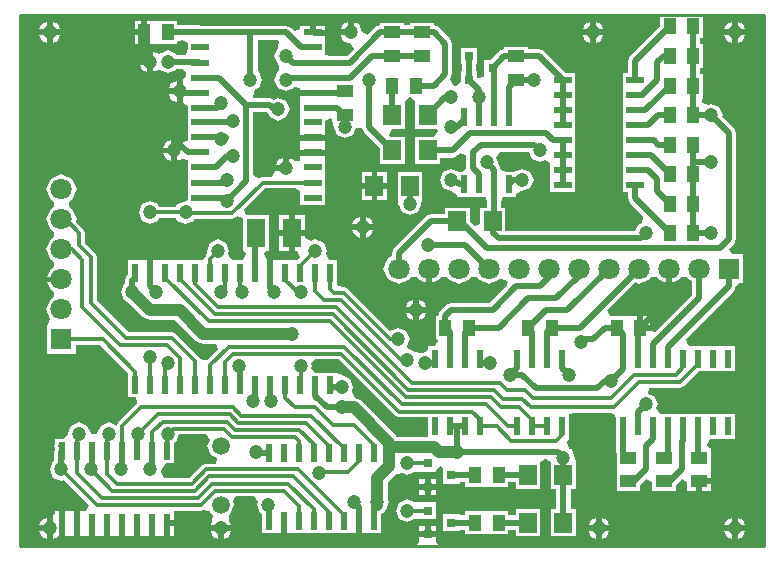
<source format=gtl>
G04 Layer_Physical_Order=1*
G04 Layer_Color=255*
%FSLAX42Y42*%
%MOMM*%
G71*
G01*
G75*
%ADD10R,1.60X2.40*%
%ADD11R,0.60X1.50*%
%ADD12R,1.40X1.00*%
%ADD13R,1.00X1.40*%
%ADD14R,1.50X1.70*%
%ADD15R,0.80X0.80*%
%ADD16R,1.50X0.60*%
%ADD17C,1.00*%
%ADD18C,0.50*%
%ADD19C,0.30*%
%ADD20C,0.25*%
%ADD21R,1.80X1.80*%
%ADD22C,1.80*%
%ADD23C,1.50*%
%ADD24R,1.80X1.80*%
%ADD25C,1.20*%
G36*
X2195Y4278D02*
X2181Y4219D01*
X2153Y4150D01*
X2181Y4081D01*
X2191Y4077D01*
Y4023D01*
X2181Y4019D01*
X2153Y3950D01*
X2181Y3881D01*
X2250Y3853D01*
X2319Y3881D01*
X2321Y3887D01*
X2371Y3877D01*
X2371Y3865D01*
X2476D01*
Y3815D01*
X2371D01*
Y3781D01*
X2371Y3731D01*
X2371Y3653D01*
X2371Y3603D01*
X2371Y3526D01*
X2371Y3484D01*
X2476D01*
X2581D01*
Y3519D01*
X2581Y3569D01*
Y3601D01*
X2631Y3627D01*
X2642Y3619D01*
X2650Y3570D01*
X2653Y3550D01*
X2663Y3525D01*
X2663Y3525D01*
X2663Y3524D01*
X2681Y3481D01*
X2750Y3453D01*
X2819Y3481D01*
X2844Y3542D01*
X2848Y3542D01*
X2894D01*
X2908Y3508D01*
X3045Y3371D01*
Y3235D01*
X3255D01*
Y3465D01*
X3137D01*
X3122Y3485D01*
X3146Y3535D01*
X3255D01*
Y3756D01*
X3260Y3769D01*
X3291Y3800D01*
X3309D01*
X3345Y3765D01*
X3345Y3750D01*
Y3535D01*
X3526D01*
X3536Y3514D01*
X3504Y3465D01*
X3345D01*
Y3235D01*
X3555D01*
Y3290D01*
X3662D01*
X3704Y3308D01*
X3725Y3329D01*
X3775Y3308D01*
Y3202D01*
X3753Y3169D01*
X3718D01*
X3650Y3197D01*
X3581Y3169D01*
X3553Y3100D01*
X3581Y3031D01*
X3650Y3003D01*
X3699Y2969D01*
Y2959D01*
X3819D01*
X3819Y2959D01*
X3827D01*
Y2959D01*
X3869Y2959D01*
X3940D01*
X3954Y2912D01*
X3953Y2865D01*
X3895D01*
Y2730D01*
X3849Y2710D01*
X3805Y2754D01*
Y2865D01*
X3595D01*
Y2810D01*
X3475D01*
X3433Y2792D01*
X3164Y2523D01*
X3146Y2481D01*
Y2455D01*
X3114Y2442D01*
X3076Y2350D01*
X3114Y2258D01*
X3206Y2220D01*
X3298Y2258D01*
X3308Y2283D01*
X3358D01*
X3368Y2258D01*
X3435Y2230D01*
Y2350D01*
X3485D01*
Y2230D01*
X3552Y2258D01*
X3562Y2283D01*
X3612D01*
X3622Y2258D01*
X3714Y2220D01*
X3806Y2258D01*
X3816Y2283D01*
X3866D01*
X3876Y2258D01*
X3968Y2220D01*
X4060Y2258D01*
X4112Y2255D01*
X4127Y2236D01*
X4123Y2207D01*
X3975Y2060D01*
X3650D01*
X3608Y2042D01*
X3558Y1992D01*
X3540Y1950D01*
X3520D01*
Y1750D01*
X3530D01*
X3538Y1741D01*
X3514Y1691D01*
X3449D01*
Y1664D01*
X3425Y1647D01*
X3401Y1637D01*
X3344Y1644D01*
X3311Y1658D01*
X3276Y1677D01*
X3284Y1719D01*
X3297Y1750D01*
X3269Y1819D01*
X3200Y1847D01*
X3134Y1820D01*
X2774Y2179D01*
X2740Y2194D01*
X2728D01*
X2685Y2211D01*
Y2421D01*
X2619D01*
X2586Y2471D01*
X2597Y2500D01*
X2569Y2569D01*
X2500Y2597D01*
X2460Y2581D01*
X2410Y2613D01*
Y2625D01*
X2325D01*
Y2500D01*
X2345D01*
X2366Y2452D01*
X2343Y2422D01*
X2305Y2421D01*
Y2421D01*
X2185D01*
X2185Y2421D01*
X2177D01*
Y2421D01*
X2143Y2421D01*
Y2316D01*
X2093D01*
Y2421D01*
X2092D01*
X2066Y2471D01*
X2085Y2500D01*
X2110D01*
Y2800D01*
X1913D01*
X1892Y2850D01*
X2072Y3030D01*
X2329D01*
X2371Y3011D01*
X2371Y2968D01*
Y2892D01*
X2581D01*
Y2968D01*
X2581Y3011D01*
X2581Y3061D01*
X2581Y3138D01*
X2581Y3189D01*
X2581Y3265D01*
X2581Y3307D01*
X2476D01*
X2371D01*
Y3265D01*
X2321Y3263D01*
X2319Y3269D01*
X2275Y3287D01*
Y3200D01*
X2250D01*
Y3175D01*
X2161D01*
X2129Y3127D01*
X2052D01*
X2025Y3116D01*
X1996Y3127D01*
X1975Y3141D01*
Y3675D01*
X2090D01*
X2103Y3663D01*
X2116Y3631D01*
X2185Y3603D01*
X2254Y3631D01*
X2282Y3700D01*
X2254Y3769D01*
X2185Y3797D01*
X2147Y3781D01*
X2115Y3795D01*
X1975D01*
X1968Y3806D01*
X1989Y3869D01*
X2019Y3881D01*
X2047Y3950D01*
X2019Y4019D01*
X2010Y4023D01*
Y4289D01*
X2186D01*
X2195Y4278D01*
D02*
G37*
G36*
X6300Y0D02*
X3558D01*
X3520Y30D01*
X3520Y50D01*
Y75D01*
X3450D01*
X3380D01*
Y50D01*
X3380Y30D01*
X3342Y0D01*
X0D01*
Y4500D01*
X5420D01*
Y4404D01*
X5359Y4343D01*
X5162Y4146D01*
X5144Y4104D01*
X5145Y4101D01*
Y4004D01*
X5100D01*
Y3885D01*
X5100Y3885D01*
Y3877D01*
X5100D01*
X5100Y3835D01*
Y3758D01*
X5100Y3758D01*
Y3750D01*
X5100D01*
X5100Y3708D01*
Y3631D01*
X5100Y3631D01*
Y3623D01*
X5100D01*
X5100Y3581D01*
Y3504D01*
X5100D01*
Y3496D01*
X5100D01*
Y3377D01*
X5100D01*
Y3369D01*
X5100D01*
Y3250D01*
X5100D01*
Y3242D01*
X5100D01*
Y3166D01*
X5100Y3123D01*
X5100D01*
Y3115D01*
X5100D01*
Y2995D01*
X5145D01*
Y2949D01*
X5144Y2946D01*
X5162Y2904D01*
X5275Y2791D01*
X5263Y2732D01*
X5231Y2719D01*
X5209Y2665D01*
X4105D01*
Y2865D01*
X4074D01*
X4073Y2912D01*
X4087Y2959D01*
X4124Y2959D01*
X4201D01*
Y2978D01*
X4242Y3006D01*
X4250Y3003D01*
X4319Y3031D01*
X4347Y3100D01*
X4319Y3169D01*
X4250Y3197D01*
X4182Y3169D01*
X4119D01*
X4073Y3186D01*
X4063Y3212D01*
X4056Y3229D01*
X4044Y3241D01*
X4047Y3250D01*
X4031Y3290D01*
X4063Y3340D01*
X4307D01*
X4331Y3281D01*
X4400Y3253D01*
X4440Y3269D01*
X4471Y3257D01*
X4490Y3237D01*
Y3123D01*
X4490D01*
Y3115D01*
X4490D01*
Y2995D01*
X4700D01*
Y3115D01*
X4700D01*
Y3123D01*
X4700D01*
Y3242D01*
X4700D01*
Y3250D01*
X4700D01*
Y3369D01*
X4700D01*
Y3377D01*
X4700D01*
Y3453D01*
X4700Y3496D01*
X4700D01*
Y3504D01*
X4700D01*
Y3623D01*
X4700D01*
Y3631D01*
X4700D01*
Y3750D01*
X4700D01*
Y3758D01*
X4700D01*
Y3877D01*
X4700D01*
Y3885D01*
X4700D01*
Y4004D01*
X4619D01*
X4432Y4192D01*
X4390Y4210D01*
X4300D01*
Y4230D01*
X4100D01*
Y4210D01*
X4058Y4192D01*
X3986Y4120D01*
X3930D01*
Y3980D01*
X3930D01*
X3929Y3976D01*
X3872Y3962D01*
X3870Y3964D01*
Y4020D01*
X3860D01*
Y4080D01*
X3870D01*
Y4220D01*
X3730D01*
Y4080D01*
X3740D01*
Y4020D01*
X3730D01*
Y3929D01*
X3688Y3898D01*
X3661Y3906D01*
X3642Y3958D01*
X3660Y4000D01*
Y4250D01*
X3642Y4292D01*
X3542Y4392D01*
X3500Y4410D01*
Y4430D01*
X3300D01*
Y4410D01*
X3250D01*
Y4430D01*
X3050D01*
Y4410D01*
X3008Y4392D01*
X2941Y4326D01*
X2897Y4350D01*
X2869Y4419D01*
X2825Y4437D01*
Y4350D01*
X2800D01*
Y4325D01*
X2713D01*
X2731Y4281D01*
X2800Y4253D01*
X2824Y4209D01*
X2770Y4154D01*
X2628D01*
X2581Y4162D01*
Y4238D01*
X2581Y4281D01*
X2581D01*
Y4288D01*
X2581D01*
Y4323D01*
X2476D01*
Y4348D01*
X2451D01*
Y4408D01*
X2371D01*
Y4378D01*
X2325Y4359D01*
X2294Y4391D01*
X2251Y4408D01*
X1629D01*
Y4408D01*
X1525D01*
X1522Y4410D01*
X1330D01*
Y4450D01*
X1180D01*
X1170Y4450D01*
X1130D01*
X1120Y4450D01*
X1075D01*
Y4350D01*
Y4250D01*
X1120D01*
X1130Y4250D01*
X1170D01*
X1180Y4250D01*
X1330D01*
Y4268D01*
X1370Y4285D01*
X1419Y4263D01*
X1419Y4238D01*
Y4206D01*
X1401Y4161D01*
X1370Y4160D01*
X1323Y4160D01*
X1319Y4169D01*
X1250Y4197D01*
X1217Y4184D01*
X1175Y4171D01*
X1133Y4184D01*
X1125Y4187D01*
Y4100D01*
Y4013D01*
X1169Y4031D01*
X1181Y4031D01*
X1250Y4003D01*
X1319Y4031D01*
X1323Y4040D01*
X1369Y4040D01*
X1375Y4040D01*
X1408Y4009D01*
X1406Y3972D01*
X1375Y3952D01*
Y3850D01*
Y3756D01*
X1419Y3727D01*
Y3653D01*
X1419D01*
Y3646D01*
X1419D01*
Y3526D01*
X1419D01*
Y3519D01*
X1419D01*
Y3429D01*
X1369Y3419D01*
X1325Y3437D01*
Y3350D01*
Y3263D01*
X1369Y3281D01*
X1419Y3272D01*
Y3265D01*
X1419D01*
Y3145D01*
X1419D01*
Y3138D01*
X1419D01*
Y3018D01*
X1419D01*
Y3011D01*
X1419D01*
Y2935D01*
X1400Y2922D01*
X1331Y2894D01*
X1323Y2874D01*
X1177D01*
X1169Y2894D01*
X1100Y2922D01*
X1031Y2894D01*
X1003Y2825D01*
X1031Y2756D01*
X1100Y2728D01*
X1169Y2756D01*
X1177Y2776D01*
X1323D01*
X1331Y2756D01*
X1400Y2728D01*
X1469Y2756D01*
X1475Y2771D01*
X1793D01*
X1828Y2786D01*
X1840Y2798D01*
X1890Y2777D01*
Y2500D01*
X1896D01*
X1915Y2471D01*
X1889Y2421D01*
X1847D01*
X1804Y2421D01*
Y2421D01*
X1797D01*
X1768Y2460D01*
X1761Y2471D01*
X1772Y2500D01*
X1744Y2569D01*
X1675Y2597D01*
X1606Y2569D01*
X1578Y2500D01*
X1586Y2480D01*
X1575Y2469D01*
X1571Y2459D01*
X1543Y2421D01*
X1423D01*
X1423Y2421D01*
X1415D01*
Y2421D01*
X1373Y2421D01*
X1296D01*
X1296Y2421D01*
X1289D01*
Y2421D01*
X1245Y2421D01*
X1169D01*
X1169Y2421D01*
X1161D01*
Y2421D01*
X1127Y2421D01*
Y2316D01*
X1077D01*
Y2421D01*
X1042D01*
Y2421D01*
X1035D01*
Y2421D01*
X915D01*
Y2295D01*
X908Y2292D01*
X890Y2250D01*
Y2223D01*
X881Y2219D01*
X853Y2150D01*
X881Y2081D01*
X907Y2070D01*
X1039Y1939D01*
X1100Y1913D01*
X1314D01*
X1489Y1739D01*
X1489Y1739D01*
X1550Y1713D01*
X1550Y1713D01*
X1654D01*
X1673Y1667D01*
X1579Y1573D01*
X1570Y1572D01*
X1558Y1573D01*
X1526Y1581D01*
X1517Y1602D01*
X1319Y1799D01*
X1285Y1814D01*
X915D01*
X649Y2080D01*
Y2450D01*
X634Y2484D01*
X549Y2570D01*
Y2650D01*
X534Y2684D01*
X472Y2747D01*
X480Y2766D01*
X442Y2858D01*
X417Y2868D01*
Y2918D01*
X442Y2928D01*
X480Y3020D01*
X442Y3112D01*
X350Y3150D01*
X258Y3112D01*
X220Y3020D01*
X258Y2928D01*
X283Y2918D01*
Y2868D01*
X258Y2858D01*
X220Y2766D01*
X258Y2674D01*
X283Y2664D01*
Y2614D01*
X258Y2604D01*
X220Y2512D01*
X258Y2420D01*
X283Y2410D01*
Y2360D01*
X258Y2350D01*
X230Y2283D01*
X350D01*
Y2233D01*
X230D01*
X258Y2166D01*
X283Y2156D01*
Y2106D01*
X258Y2096D01*
X220Y2004D01*
X255Y1920D01*
X235Y1870D01*
X230D01*
Y1630D01*
X470D01*
Y1701D01*
X680D01*
X915Y1467D01*
Y1259D01*
X979D01*
X990Y1213D01*
X990Y1209D01*
X829Y1048D01*
X817Y1020D01*
X750Y1047D01*
X681Y1019D01*
X654Y955D01*
X642Y950D01*
X608D01*
X596Y955D01*
X569Y1019D01*
X500Y1047D01*
X431Y1019D01*
X405Y955D01*
X403Y950D01*
X369Y912D01*
X365Y910D01*
X356Y914D01*
X345Y910D01*
X295D01*
Y861D01*
X290Y849D01*
X295Y837D01*
Y811D01*
X290Y799D01*
Y723D01*
X281Y719D01*
X253Y650D01*
X281Y581D01*
X350Y553D01*
X370Y561D01*
X581Y350D01*
X560Y300D01*
X507Y300D01*
Y195D01*
Y90D01*
X543D01*
X584Y90D01*
Y195D01*
X634D01*
Y90D01*
X670D01*
X711Y90D01*
Y195D01*
X761D01*
Y90D01*
X797D01*
X839Y90D01*
Y195D01*
X889D01*
Y90D01*
X923D01*
X965Y90D01*
Y195D01*
X1015D01*
Y90D01*
X1051D01*
X1093Y90D01*
Y195D01*
X1143D01*
Y90D01*
X1177D01*
X1219Y90D01*
Y195D01*
X1244D01*
Y220D01*
X1305D01*
Y251D01*
X1305Y300D01*
X1354Y301D01*
X1530D01*
X1549Y309D01*
X1609Y295D01*
X1620Y270D01*
X1631Y265D01*
X1628Y212D01*
X1613Y175D01*
X1787D01*
X1772Y212D01*
X1769Y265D01*
X1780Y270D01*
X1814Y350D01*
X1801Y380D01*
X1829Y421D01*
X1978D01*
X2011Y371D01*
X2003Y350D01*
X2031Y281D01*
X2045Y275D01*
Y109D01*
X2123D01*
X2165Y109D01*
Y109D01*
X2173D01*
Y109D01*
X2208D01*
Y214D01*
X2258D01*
Y109D01*
X2292D01*
Y109D01*
X2300D01*
Y109D01*
X2419D01*
X2419Y109D01*
X2427D01*
Y109D01*
X2469Y109D01*
X2546D01*
X2547Y109D01*
X2554D01*
Y109D01*
X2597Y109D01*
X2673D01*
X2674Y109D01*
X2681D01*
Y109D01*
X2724Y109D01*
X2800D01*
X2800Y109D01*
X2808D01*
Y109D01*
X2842Y109D01*
Y214D01*
X2892D01*
Y109D01*
X2927D01*
Y109D01*
X2935D01*
Y109D01*
X3055D01*
Y276D01*
X3086Y289D01*
X3093Y306D01*
X3094Y306D01*
X3122Y375D01*
X3112Y401D01*
Y539D01*
X3172Y600D01*
X3187Y614D01*
X3241Y616D01*
X3275Y603D01*
X3332Y626D01*
X3380Y630D01*
Y630D01*
X3520D01*
Y648D01*
X3562Y676D01*
X3580Y663D01*
Y530D01*
X3720D01*
Y540D01*
X3770D01*
Y500D01*
X3920D01*
X3930Y500D01*
X3970D01*
X3980Y500D01*
X4130D01*
Y540D01*
X4195D01*
Y485D01*
X4405D01*
Y690D01*
X4405Y715D01*
X4444Y740D01*
X4456D01*
X4495Y715D01*
Y485D01*
X4540D01*
Y315D01*
X4495D01*
Y85D01*
X4705D01*
Y315D01*
X4660D01*
Y485D01*
X4705D01*
Y715D01*
X4705Y715D01*
X4697Y750D01*
X4693Y760D01*
X4693Y760D01*
X4693Y762D01*
X4669Y819D01*
X4651Y826D01*
X4634Y882D01*
X4651Y909D01*
X4651D01*
Y1119D01*
X4698Y1126D01*
X4998D01*
X5027Y1122D01*
X5046Y1081D01*
Y909D01*
X5046D01*
Y795D01*
X5050Y785D01*
Y670D01*
X5050Y670D01*
Y630D01*
X5050D01*
X5050Y620D01*
Y470D01*
X5250D01*
Y516D01*
X5300Y566D01*
X5350Y545D01*
Y470D01*
X5550D01*
Y516D01*
X5600Y566D01*
X5650Y545D01*
Y470D01*
X5725D01*
Y550D01*
X5750D01*
Y575D01*
X5850D01*
Y630D01*
X5850Y630D01*
Y670D01*
X5850D01*
X5850Y680D01*
Y830D01*
X5834D01*
X5816Y859D01*
X5841Y909D01*
X5928Y909D01*
X5978Y909D01*
X6054D01*
Y1119D01*
X5978D01*
X5935Y1119D01*
X5885Y1119D01*
X5808Y1119D01*
X5758Y1119D01*
X5681D01*
Y1119D01*
X5673D01*
Y1119D01*
X5597D01*
X5553Y1119D01*
Y1119D01*
X5546D01*
Y1119D01*
X5426D01*
Y1119D01*
X5419D01*
X5392Y1158D01*
X5385Y1169D01*
X5397Y1200D01*
X5369Y1269D01*
X5315Y1291D01*
X5325Y1341D01*
X5590D01*
X5624Y1356D01*
X5750Y1481D01*
X5801Y1481D01*
X5851Y1481D01*
X5928Y1481D01*
X5978Y1481D01*
X6054D01*
Y1691D01*
X5978D01*
X5935Y1691D01*
X5885Y1691D01*
X5808Y1691D01*
X5758Y1691D01*
X5724D01*
X5681Y1691D01*
Y1691D01*
X5673D01*
X5654Y1700D01*
X5641Y1757D01*
X6042Y2158D01*
X6060Y2200D01*
X6095Y2230D01*
X6120D01*
Y2470D01*
X6025D01*
X6004Y2520D01*
X6042Y2558D01*
X6060Y2600D01*
Y3500D01*
X6042Y3542D01*
X5944Y3641D01*
X5947Y3650D01*
X5919Y3719D01*
X5850Y3747D01*
X5830Y3739D01*
X5780Y3750D01*
X5775Y3760D01*
X5780Y3800D01*
X5780D01*
Y4000D01*
X5760D01*
Y4050D01*
X5780D01*
Y4250D01*
X5760D01*
Y4300D01*
X5780D01*
Y4500D01*
X6300D01*
Y0D01*
D02*
G37*
G36*
X5517Y2230D02*
X5584Y2258D01*
X5594Y2283D01*
X5644D01*
X5654Y2258D01*
X5690Y2243D01*
Y2125D01*
X5376Y1810D01*
X5341Y1825D01*
X5250D01*
Y1850D01*
X5225D01*
Y1950D01*
X5170D01*
X5170Y1950D01*
X5130D01*
Y1950D01*
X5120Y1950D01*
X4993D01*
X4972Y2000D01*
X5206Y2233D01*
X5238Y2220D01*
X5330Y2258D01*
X5340Y2283D01*
X5390D01*
X5400Y2258D01*
X5467Y2230D01*
Y2350D01*
X5517D01*
Y2230D01*
D02*
G37*
G36*
X3176Y1106D02*
X3210Y1091D01*
X3449D01*
Y927D01*
X3190D01*
X3186Y936D01*
X3186Y936D01*
X2886Y1236D01*
X2835Y1257D01*
X2814Y1290D01*
X2807Y1312D01*
X2822Y1350D01*
X2794Y1419D01*
X2726Y1447D01*
X2685Y1469D01*
X2685Y1469D01*
X2685Y1469D01*
X2566D01*
X2566Y1469D01*
X2558D01*
Y1469D01*
X2494Y1469D01*
X2466Y1510D01*
X2472Y1525D01*
X2466Y1540D01*
X2494Y1581D01*
X2700D01*
X3176Y1106D01*
D02*
G37*
G36*
X1606Y896D02*
X1586Y850D01*
X1620Y770D01*
X1670Y749D01*
X1660Y699D01*
X1576D01*
X1541Y684D01*
X1436Y579D01*
X1222D01*
X1189Y629D01*
X1197Y650D01*
X1231Y700D01*
X1305D01*
Y875D01*
X1319Y881D01*
X1346Y946D01*
X1572D01*
X1606Y896D01*
D02*
G37*
%LPC*%
G36*
X2581Y3434D02*
X2476D01*
X2371D01*
Y3399D01*
X2371Y3357D01*
X2476D01*
X2581D01*
Y3392D01*
X2581Y3434D01*
D02*
G37*
G36*
X2225Y3287D02*
X2181Y3269D01*
X2163Y3225D01*
X2225D01*
Y3287D01*
D02*
G37*
G36*
X3105Y3165D02*
X3025D01*
Y3075D01*
X3105D01*
Y3165D01*
D02*
G37*
G36*
X2975D02*
X2895D01*
Y3075D01*
X2975D01*
Y3165D01*
D02*
G37*
G36*
X3105Y3025D02*
X3025D01*
Y2935D01*
X3105D01*
Y3025D01*
D02*
G37*
G36*
X2975D02*
X2895D01*
Y2935D01*
X2975D01*
Y3025D01*
D02*
G37*
G36*
X3405Y3165D02*
X3195D01*
Y2935D01*
X3195Y2935D01*
X3203Y2900D01*
X3207Y2890D01*
X3207Y2890D01*
X3207Y2888D01*
X3231Y2831D01*
X3300Y2803D01*
X3369Y2831D01*
X3393Y2888D01*
X3393Y2890D01*
X3393Y2890D01*
X3397Y2900D01*
X3405Y2935D01*
X3405Y2935D01*
Y3165D01*
D02*
G37*
G36*
X2925Y2787D02*
Y2725D01*
X2987D01*
X2969Y2769D01*
X2925Y2787D01*
D02*
G37*
G36*
X2875D02*
X2831Y2769D01*
X2813Y2725D01*
X2875D01*
Y2787D01*
D02*
G37*
G36*
X2410Y2800D02*
X2325D01*
Y2675D01*
X2410D01*
Y2800D01*
D02*
G37*
G36*
X2275D02*
X2190D01*
Y2675D01*
X2275D01*
Y2800D01*
D02*
G37*
G36*
X2987Y2675D02*
X2925D01*
Y2613D01*
X2969Y2631D01*
X2987Y2675D01*
D02*
G37*
G36*
X2875D02*
X2813D01*
X2831Y2631D01*
X2875Y2613D01*
Y2675D01*
D02*
G37*
G36*
X2275Y2625D02*
X2190D01*
Y2500D01*
X2275D01*
Y2625D01*
D02*
G37*
G36*
X3375Y2087D02*
Y2025D01*
X3437D01*
X3419Y2069D01*
X3375Y2087D01*
D02*
G37*
G36*
X3325D02*
X3281Y2069D01*
X3263Y2025D01*
X3325D01*
Y2087D01*
D02*
G37*
G36*
X3437Y1975D02*
X3375D01*
Y1913D01*
X3419Y1931D01*
X3437Y1975D01*
D02*
G37*
G36*
X3325D02*
X3263D01*
X3281Y1931D01*
X3325Y1913D01*
Y1975D01*
D02*
G37*
G36*
X6075Y4437D02*
Y4375D01*
X6137D01*
X6119Y4419D01*
X6075Y4437D01*
D02*
G37*
G36*
X6025D02*
X5981Y4419D01*
X5963Y4375D01*
X6025D01*
Y4437D01*
D02*
G37*
G36*
X4875D02*
Y4375D01*
X4937D01*
X4919Y4419D01*
X4875Y4437D01*
D02*
G37*
G36*
X4825D02*
X4781Y4419D01*
X4763Y4375D01*
X4825D01*
Y4437D01*
D02*
G37*
G36*
X2775D02*
X2731Y4419D01*
X2713Y4375D01*
X2775D01*
Y4437D01*
D02*
G37*
G36*
X275D02*
Y4375D01*
X337D01*
X319Y4419D01*
X275Y4437D01*
D02*
G37*
G36*
X225D02*
X181Y4419D01*
X163Y4375D01*
X225D01*
Y4437D01*
D02*
G37*
G36*
X1025Y4450D02*
X970D01*
Y4375D01*
X1025D01*
Y4450D01*
D02*
G37*
G36*
X2581Y4408D02*
X2501D01*
Y4373D01*
X2581D01*
Y4408D01*
D02*
G37*
G36*
X6137Y4325D02*
X6075D01*
Y4263D01*
X6119Y4281D01*
X6137Y4325D01*
D02*
G37*
G36*
X6025D02*
X5963D01*
X5981Y4281D01*
X6025Y4263D01*
Y4325D01*
D02*
G37*
G36*
X4937D02*
X4875D01*
Y4263D01*
X4919Y4281D01*
X4937Y4325D01*
D02*
G37*
G36*
X4825D02*
X4763D01*
X4781Y4281D01*
X4825Y4263D01*
Y4325D01*
D02*
G37*
G36*
X337D02*
X275D01*
Y4263D01*
X319Y4281D01*
X337Y4325D01*
D02*
G37*
G36*
X225D02*
X163D01*
X181Y4281D01*
X225Y4263D01*
Y4325D01*
D02*
G37*
G36*
X1025Y4325D02*
X970D01*
Y4250D01*
X1025D01*
Y4325D01*
D02*
G37*
G36*
X1075Y4187D02*
X1031Y4169D01*
X1013Y4125D01*
X1075D01*
Y4187D01*
D02*
G37*
G36*
Y4075D02*
X1013D01*
X1031Y4031D01*
X1075Y4013D01*
Y4075D01*
D02*
G37*
G36*
X1325Y3937D02*
X1281Y3919D01*
X1263Y3875D01*
X1325D01*
Y3937D01*
D02*
G37*
G36*
Y3825D02*
X1263D01*
X1281Y3781D01*
X1325Y3763D01*
Y3825D01*
D02*
G37*
G36*
X1275Y3437D02*
X1231Y3419D01*
X1213Y3375D01*
X1275D01*
Y3437D01*
D02*
G37*
G36*
Y3325D02*
X1213D01*
X1231Y3281D01*
X1275Y3263D01*
Y3325D01*
D02*
G37*
G36*
X3520Y570D02*
X3475D01*
Y525D01*
X3520D01*
Y570D01*
D02*
G37*
G36*
X3425D02*
X3380D01*
Y525D01*
X3425D01*
Y570D01*
D02*
G37*
G36*
X5850Y525D02*
X5775D01*
Y470D01*
X5850D01*
Y525D01*
D02*
G37*
G36*
X3520Y475D02*
X3475D01*
Y430D01*
X3520D01*
Y475D01*
D02*
G37*
G36*
X3425D02*
X3380D01*
Y430D01*
X3425D01*
Y475D01*
D02*
G37*
G36*
X4405Y315D02*
X4195D01*
Y260D01*
X4130D01*
Y300D01*
X3980D01*
X3970Y300D01*
X3930D01*
X3920Y300D01*
X3770D01*
Y260D01*
X3720D01*
Y270D01*
X3580D01*
Y130D01*
X3720D01*
Y140D01*
X3770D01*
Y100D01*
X3920D01*
X3930Y100D01*
X3970D01*
X3980Y100D01*
X4130D01*
Y140D01*
X4195D01*
Y85D01*
X4405D01*
Y315D01*
D02*
G37*
G36*
X3275Y397D02*
X3206Y369D01*
X3178Y300D01*
X3206Y231D01*
X3275Y203D01*
X3332Y226D01*
X3380Y230D01*
Y230D01*
X3520D01*
Y370D01*
X3380D01*
X3380Y370D01*
X3332Y374D01*
X3275Y397D01*
D02*
G37*
G36*
X6075Y237D02*
Y175D01*
X6137D01*
X6119Y219D01*
X6075Y237D01*
D02*
G37*
G36*
X6025D02*
X5981Y219D01*
X5963Y175D01*
X6025D01*
Y237D01*
D02*
G37*
G36*
X4925D02*
Y175D01*
X4987D01*
X4969Y219D01*
X4925Y237D01*
D02*
G37*
G36*
X4875D02*
X4831Y219D01*
X4813Y175D01*
X4875D01*
Y237D01*
D02*
G37*
G36*
X225D02*
X181Y219D01*
X163Y175D01*
X225D01*
Y237D01*
D02*
G37*
G36*
X3520Y170D02*
X3475D01*
Y125D01*
X3520D01*
Y170D01*
D02*
G37*
G36*
X3425D02*
X3380D01*
Y125D01*
X3425D01*
Y170D01*
D02*
G37*
G36*
X1305Y170D02*
X1269D01*
Y90D01*
X1305D01*
Y170D01*
D02*
G37*
G36*
X331Y300D02*
X295D01*
Y274D01*
X275Y260D01*
Y150D01*
Y63D01*
X319Y81D01*
X323Y90D01*
X331D01*
Y195D01*
Y300D01*
D02*
G37*
G36*
X422Y300D02*
X381Y300D01*
Y195D01*
Y90D01*
X416D01*
X457Y90D01*
Y195D01*
Y300D01*
X422D01*
D02*
G37*
G36*
X6137Y125D02*
X6075D01*
Y63D01*
X6119Y81D01*
X6137Y125D01*
D02*
G37*
G36*
X6025D02*
X5963D01*
X5981Y81D01*
X6025Y63D01*
Y125D01*
D02*
G37*
G36*
X4987D02*
X4925D01*
Y63D01*
X4969Y81D01*
X4987Y125D01*
D02*
G37*
G36*
X4875D02*
X4813D01*
X4831Y81D01*
X4875Y63D01*
Y125D01*
D02*
G37*
G36*
X1787D02*
X1725D01*
Y63D01*
X1769Y81D01*
X1787Y125D01*
D02*
G37*
G36*
X1675D02*
X1613D01*
X1631Y81D01*
X1675Y63D01*
Y125D01*
D02*
G37*
G36*
X225D02*
X163D01*
X181Y81D01*
X225Y63D01*
Y125D01*
D02*
G37*
G36*
X5330Y1950D02*
X5275D01*
Y1875D01*
X5330D01*
Y1950D01*
D02*
G37*
%LPD*%
D10*
X2300Y2650D02*
D03*
X2000D02*
D03*
D11*
X2106Y214D02*
D03*
Y786D02*
D03*
X2994Y214D02*
D03*
X2867D02*
D03*
X2741D02*
D03*
X2614D02*
D03*
X2486D02*
D03*
X2359D02*
D03*
X2233D02*
D03*
Y786D02*
D03*
X2359D02*
D03*
X2486D02*
D03*
X2614D02*
D03*
X2741D02*
D03*
X2867D02*
D03*
X2994D02*
D03*
X974Y1364D02*
D03*
X1102D02*
D03*
X1228D02*
D03*
X1356D02*
D03*
X1482D02*
D03*
X1609D02*
D03*
X1736D02*
D03*
X2625D02*
D03*
X2499D02*
D03*
X2372D02*
D03*
X2244D02*
D03*
X2117D02*
D03*
X1991D02*
D03*
X1864D02*
D03*
Y2316D02*
D03*
X1991D02*
D03*
X2117D02*
D03*
X2244D02*
D03*
X2372D02*
D03*
X2499D02*
D03*
X2625D02*
D03*
X1736D02*
D03*
X1609D02*
D03*
X1482D02*
D03*
X1356D02*
D03*
X1228D02*
D03*
X1102D02*
D03*
X974D02*
D03*
X3510Y1586D02*
D03*
X3637D02*
D03*
X3763D02*
D03*
X3890D02*
D03*
Y1014D02*
D03*
X3763D02*
D03*
X3637D02*
D03*
X3510D02*
D03*
X4210Y1586D02*
D03*
X4337D02*
D03*
X4463D02*
D03*
X4590D02*
D03*
Y1014D02*
D03*
X4463D02*
D03*
X4337D02*
D03*
X4210D02*
D03*
X5994Y1586D02*
D03*
Y1014D02*
D03*
X5106Y1586D02*
D03*
X5233D02*
D03*
X5360D02*
D03*
X5487D02*
D03*
X5613D02*
D03*
X5740D02*
D03*
X5867D02*
D03*
Y1014D02*
D03*
X5740D02*
D03*
X5613D02*
D03*
X5487D02*
D03*
X5360D02*
D03*
X5233D02*
D03*
X5106D02*
D03*
X4140Y3636D02*
D03*
X4013D02*
D03*
X3887D02*
D03*
X3760D02*
D03*
Y3064D02*
D03*
X3887D02*
D03*
X4013D02*
D03*
X4140D02*
D03*
X1244Y805D02*
D03*
Y195D02*
D03*
X356Y805D02*
D03*
X482D02*
D03*
X609D02*
D03*
X736D02*
D03*
X864D02*
D03*
X990D02*
D03*
X1118D02*
D03*
Y195D02*
D03*
X990D02*
D03*
X864D02*
D03*
X736D02*
D03*
X609D02*
D03*
X482D02*
D03*
X356D02*
D03*
D12*
X4200Y3950D02*
D03*
Y4150D02*
D03*
X5150Y750D02*
D03*
Y550D02*
D03*
X5450Y750D02*
D03*
Y550D02*
D03*
X5750D02*
D03*
Y750D02*
D03*
X3400Y4150D02*
D03*
Y4350D02*
D03*
X3150D02*
D03*
Y4150D02*
D03*
X2750Y3850D02*
D03*
Y3650D02*
D03*
D13*
X5500Y4400D02*
D03*
X5700D02*
D03*
X5500Y4150D02*
D03*
X5700D02*
D03*
X5500Y3900D02*
D03*
X5700D02*
D03*
X5500Y3650D02*
D03*
X5700D02*
D03*
X5500Y2650D02*
D03*
X5700D02*
D03*
X5500Y2900D02*
D03*
X5700D02*
D03*
X5500Y3400D02*
D03*
X5700D02*
D03*
X5500Y3150D02*
D03*
X5700D02*
D03*
X4050Y200D02*
D03*
X3850D02*
D03*
X4050Y600D02*
D03*
X3850D02*
D03*
X3600Y1850D02*
D03*
X3800D02*
D03*
X4300D02*
D03*
X4500D02*
D03*
X5250D02*
D03*
X5050D02*
D03*
X3350Y3900D02*
D03*
X3150D02*
D03*
X1050Y4350D02*
D03*
X1250D02*
D03*
D14*
X4300Y200D02*
D03*
X4600D02*
D03*
X4300Y600D02*
D03*
X4600D02*
D03*
X3000Y3050D02*
D03*
X3300D02*
D03*
X3150Y3350D02*
D03*
X3450D02*
D03*
X3150Y3650D02*
D03*
X3450D02*
D03*
X4000Y2750D02*
D03*
X3700D02*
D03*
D15*
X3650Y600D02*
D03*
X3450Y500D02*
D03*
Y700D02*
D03*
X3650Y200D02*
D03*
X3450Y100D02*
D03*
Y300D02*
D03*
X4000Y4050D02*
D03*
X3800Y3950D02*
D03*
Y4150D02*
D03*
D16*
X5205Y3056D02*
D03*
Y3183D02*
D03*
Y3310D02*
D03*
Y3437D02*
D03*
Y3563D02*
D03*
Y3690D02*
D03*
Y3817D02*
D03*
X4595D02*
D03*
Y3690D02*
D03*
Y3563D02*
D03*
Y3437D02*
D03*
Y3310D02*
D03*
Y3183D02*
D03*
Y3056D02*
D03*
X5205Y3944D02*
D03*
X4595D02*
D03*
X1524Y2951D02*
D03*
Y3078D02*
D03*
Y3206D02*
D03*
Y4094D02*
D03*
Y3967D02*
D03*
Y3840D02*
D03*
Y3713D02*
D03*
Y3587D02*
D03*
Y3460D02*
D03*
Y3333D02*
D03*
X2476Y3840D02*
D03*
Y3967D02*
D03*
Y4094D02*
D03*
Y4222D02*
D03*
Y4349D02*
D03*
Y3713D02*
D03*
Y3587D02*
D03*
Y3460D02*
D03*
Y3333D02*
D03*
Y3206D02*
D03*
Y3078D02*
D03*
Y2951D02*
D03*
X1524Y4349D02*
D03*
Y4222D02*
D03*
D17*
X3125Y675D02*
Y840D01*
X3025Y575D02*
X3125Y675D01*
X3025Y375D02*
Y575D01*
X3125Y840D02*
Y875D01*
X2825Y1175D02*
X3125Y875D01*
X2725Y1175D02*
X2825D01*
X1350Y2000D02*
X1550Y1800D01*
X1100Y2000D02*
X1350D01*
X950Y2150D02*
X1100Y2000D01*
X1550Y1800D02*
X2305D01*
X3125Y840D02*
X3503D01*
X3025Y350D02*
Y375D01*
X3503Y840D02*
X3543Y800D01*
X3700D01*
X1050Y4150D02*
Y4350D01*
Y4150D02*
X1100Y4100D01*
D18*
X3700Y800D02*
X4550D01*
X4600Y750D01*
X4365Y1335D02*
X4885D01*
X4250Y1450D02*
X4365Y1335D01*
X4150Y1450D02*
X4250D01*
X2117Y2183D02*
Y2316D01*
X2300Y2625D02*
Y2650D01*
X2117Y2316D02*
Y2442D01*
X3950Y2525D02*
X5925D01*
X3725Y2750D02*
X3950Y2525D01*
X3475Y2750D02*
X3725D01*
X3450Y2550D02*
X3450Y2550D01*
X3650Y3126D02*
X3712Y3064D01*
X3450Y2550D02*
X3768D01*
X3968Y2350D01*
X3206Y2481D02*
X3475Y2750D01*
X3206Y2350D02*
Y2481D01*
X4000Y2655D02*
Y2750D01*
Y2655D02*
X4050Y2605D01*
X5255D01*
X2600Y1175D02*
X2725D01*
X2500Y1275D02*
X2600Y1175D01*
X2500Y1275D02*
Y1362D01*
X2499Y1364D02*
X2500Y1362D01*
X2650Y1350D02*
X2725D01*
X2625Y1326D02*
X2650Y1350D01*
X2625Y1326D02*
Y1364D01*
X2117Y1257D02*
X2150Y1225D01*
X1102Y2199D02*
Y2316D01*
Y2199D02*
X1150Y2150D01*
X950D02*
Y2250D01*
X2499Y1364D02*
Y1374D01*
X3700Y850D02*
Y1014D01*
X4590Y1510D02*
X4650Y1450D01*
X4885Y1335D02*
X4950Y1400D01*
X5000D01*
X6000Y2200D02*
Y2350D01*
X5487Y1686D02*
X6000Y2200D01*
X5750Y2100D02*
Y2346D01*
X5360Y1709D02*
X5750Y2100D01*
X5360Y1659D02*
Y1709D01*
X3700Y1014D02*
X3763D01*
X3637D02*
X3700D01*
X3300Y2900D02*
Y3050D01*
X1418Y3333D02*
X1524D01*
X1350Y3400D02*
X1418Y3333D01*
X1350Y3400D02*
Y3850D01*
X2950Y3550D02*
Y3950D01*
Y3550D02*
X3150Y3350D01*
X1524Y4349D02*
X1950D01*
Y3950D02*
Y4349D01*
X1991Y2641D02*
X2000Y2650D01*
X2975Y4150D02*
X3150D01*
X2792Y3967D02*
X2975Y4150D01*
X2476Y4094D02*
X2794D01*
X3050Y4350D01*
X3150D01*
X1850Y1525D02*
X1864Y1511D01*
Y1364D02*
Y1511D01*
X1991Y1215D02*
Y1364D01*
X1975Y1200D02*
X1991Y1215D01*
X3150Y4150D02*
X3150Y4150D01*
X2476Y3967D02*
X2792D01*
X2825Y375D02*
X2867Y333D01*
Y214D02*
Y333D01*
X2994Y319D02*
X3025Y350D01*
X2994Y214D02*
Y319D01*
X3900Y1550D02*
X3975D01*
X3890Y1540D02*
X3900Y1550D01*
X3890Y1540D02*
Y1586D01*
X3510Y1540D02*
Y1586D01*
X3500Y1550D02*
X3510Y1540D01*
X3425Y1550D02*
X3500D01*
X2000Y800D02*
X2014Y786D01*
X2106D01*
X2100Y350D02*
X2100Y350D01*
X2100D01*
X2106Y344D01*
Y214D02*
Y344D01*
X2125Y1225D02*
X2150D01*
X2117Y1257D02*
Y1364D01*
X1975Y1200D02*
Y1225D01*
X5106Y795D02*
X5150Y750D01*
X5106Y795D02*
Y1014D01*
X5150Y550D02*
X5200D01*
X5300Y650D01*
Y850D01*
X5360Y910D01*
Y1014D01*
X5450Y750D02*
X5487Y786D01*
Y1014D01*
X5450Y550D02*
X5500D01*
X5600Y650D01*
Y886D01*
X5613Y900D01*
Y1014D01*
X5740Y759D02*
X5750Y750D01*
X5740Y759D02*
Y1014D01*
X5487Y1586D02*
Y1686D01*
X5360Y1586D02*
Y1709D01*
X5746Y2350D02*
X5750Y2346D01*
X3637Y1536D02*
Y1814D01*
X3600Y1850D02*
X3637Y1814D01*
X3763Y1536D02*
Y1814D01*
X3800Y1850D01*
X4337Y1536D02*
Y1814D01*
X4300Y1850D02*
X4337Y1814D01*
X4463Y1536D02*
Y1814D01*
X4500Y1850D01*
X4300Y1848D02*
Y1850D01*
X4730Y2290D02*
Y2350D01*
X4500Y1850D02*
X4738D01*
X5238Y2350D01*
X4634Y2000D02*
X4984Y2350D01*
X4300Y1848D02*
X4452Y2000D01*
X4634D01*
X4540Y2100D02*
X4730Y2290D01*
X4400Y2200D02*
X4476Y2276D01*
Y2350D01*
X5233Y1536D02*
Y1833D01*
X5250Y1850D01*
X5492Y2092D01*
X5106Y1536D02*
Y1794D01*
X5050Y1850D02*
X5106Y1794D01*
X4210Y1510D02*
Y1586D01*
X4150Y1450D02*
X4210Y1510D01*
X4590Y1510D02*
Y1586D01*
X5000Y1400D02*
X5100Y1500D01*
Y1580D01*
X5106Y1586D01*
X5233Y1132D02*
X5300Y1200D01*
X5233Y1014D02*
Y1132D01*
X4600Y200D02*
Y600D01*
Y750D01*
X974Y2275D02*
Y2326D01*
X4050Y600D02*
X4300D01*
X4050Y200D02*
X4300D01*
X3650Y600D02*
X3850D01*
X3650Y200D02*
X3850D01*
X1524Y3078D02*
X1728D01*
X1750Y3100D01*
X1524Y2951D02*
X1724D01*
X1750Y2925D01*
X1524Y3206D02*
X1656D01*
X1991Y2326D02*
Y2641D01*
X1400Y4100D02*
X1518D01*
X1524Y4094D01*
X1250Y4100D02*
X1400Y4100D01*
X1400Y4100D01*
X2267Y3967D02*
X2476D01*
X2306Y4094D02*
X2476D01*
X2250Y3950D02*
X2267Y3967D01*
X2250Y4150D02*
X2306Y4094D01*
X2250Y4150D02*
X2250D01*
X1750Y3300D02*
X1800D01*
X1656Y3206D02*
X1750Y3300D01*
X1731Y3450D02*
X1741Y3460D01*
X1700Y3450D02*
X1731D01*
X1700Y3730D02*
X1715Y3715D01*
X1700Y3730D02*
Y3750D01*
X1664Y3713D02*
X1700Y3750D01*
X1524Y3713D02*
X1664D01*
X1786Y3587D02*
X1800Y3600D01*
X1524Y3587D02*
X1786D01*
X1691Y3460D02*
X1700Y3450D01*
X1524Y3460D02*
X1691D01*
X1250Y4350D02*
X1522D01*
X1524Y4349D01*
X2251D02*
X2378Y4222D01*
X2476D01*
X1950Y4349D02*
X2251D01*
X1524Y3967D02*
X1683D01*
X1915Y3735D01*
Y3090D02*
Y3735D01*
X1750Y2925D02*
X1915Y3090D01*
X2741Y3840D02*
X2750Y3850D01*
X2476Y3840D02*
X2741D01*
X2686Y3713D02*
X2750Y3650D01*
X2476Y3713D02*
X2686D01*
X1915Y3735D02*
X2115D01*
X2150Y3700D01*
X2185D01*
X2750Y3550D02*
Y3650D01*
X4000Y4050D02*
X4100Y4150D01*
X4200D01*
X4000Y4050D02*
X4013Y4037D01*
Y3636D02*
Y4037D01*
X3800Y3950D02*
X3887Y3863D01*
X3800Y3950D02*
Y4150D01*
X4140Y3636D02*
Y3890D01*
X4200Y3950D01*
Y4150D02*
X4390D01*
X4595Y3944D01*
Y3563D02*
Y3690D01*
Y3817D01*
Y3944D01*
Y3056D02*
Y3183D01*
Y3310D01*
Y3437D01*
X4200Y3950D02*
X4350D01*
X4000Y2750D02*
X4013Y2764D01*
Y3064D01*
X4140D02*
X4176Y3100D01*
X4250D01*
X3760Y3610D02*
Y3636D01*
X3650Y3100D02*
Y3126D01*
X3712Y3064D02*
X3760D01*
X3700Y3550D02*
X3760Y3610D01*
X3650Y3550D02*
X3700D01*
X4013Y3064D02*
Y3186D01*
X3950Y3250D02*
X4013Y3186D01*
X3887Y3636D02*
Y3800D01*
Y3863D01*
X4594Y3435D02*
X4595Y3437D01*
X5205Y3563D02*
X5313D01*
X5400Y3650D01*
X5500D01*
X5205Y3437D02*
X5363D01*
X5400Y3400D01*
X5500D01*
X5205Y3310D02*
X5340D01*
X5500Y3150D01*
X5205Y3045D02*
Y3056D01*
X5204Y2946D02*
X5401Y2749D01*
X5205Y3944D02*
Y4005D01*
X5204Y4104D02*
X5401Y4301D01*
X5700Y3650D02*
Y3900D01*
Y4150D01*
Y4400D01*
Y2650D02*
Y2900D01*
Y3150D01*
Y3650D02*
X5850D01*
X5700Y2650D02*
X5850D01*
X3812Y3500D02*
X4450D01*
X4515Y3435D01*
X4594D01*
X3887Y3064D02*
Y3151D01*
X3835Y3202D02*
X3887Y3151D01*
X3835Y3202D02*
Y3335D01*
X3900Y3400D01*
X4350D01*
X4400Y3350D01*
X5700Y3250D02*
X5850D01*
X5700Y3150D02*
Y3250D01*
Y3400D01*
X5925Y2525D02*
X6000Y2600D01*
Y3500D01*
X5850Y3650D02*
X6000Y3500D01*
X5255Y2605D02*
X5300Y2650D01*
X3800Y1850D02*
X4050D01*
X4300Y2100D01*
X4540D01*
X3600Y1850D02*
Y1950D01*
X4200Y2200D02*
X4400D01*
X3600Y1950D02*
X3650Y2000D01*
X4000D01*
X4200Y2200D01*
X2117Y2183D02*
X2150Y2150D01*
X2150D01*
Y2150D02*
Y2150D01*
X1360Y3840D02*
X1524D01*
X1350Y3850D02*
X1360Y3840D01*
X2150Y2150D02*
X2151Y2151D01*
X4950Y1850D02*
X5050D01*
X4850Y1750D02*
X4950Y1850D01*
X4750Y1725D02*
Y1750D01*
X4850D01*
X5450Y4150D02*
X5500D01*
X5205Y3183D02*
X5317D01*
X5395Y4095D02*
X5450Y4150D01*
X5317Y3183D02*
X5395Y3105D01*
Y3005D02*
Y3105D01*
Y3005D02*
X5500Y2900D01*
X5205Y3690D02*
X5290D01*
X5500Y3900D01*
X5205Y3817D02*
X5267D01*
X5395Y3945D01*
Y4095D01*
X5204Y2946D02*
X5205Y2945D01*
X5401Y2749D02*
X5500Y2650D01*
X5205Y2945D02*
Y3056D01*
X5204Y4104D02*
X5205Y4105D01*
X5401Y4301D02*
X5500Y4400D01*
X5205Y3944D02*
Y4105D01*
X3662Y3350D02*
X3812Y3500D01*
X5492Y2092D02*
Y2350D01*
X3450Y3350D02*
X3662D01*
X3450Y3650D02*
X3600Y3800D01*
X3650D01*
X3150Y3650D02*
Y3900D01*
X3350D02*
X3500D01*
X3600Y4000D01*
Y4250D01*
X3500Y4350D02*
X3600Y4250D01*
X3400Y4350D02*
X3500D01*
X3150D02*
X3400D01*
X3150Y4150D02*
X3400D01*
X1118Y668D02*
Y805D01*
X1100Y650D02*
X1118Y668D01*
X864Y664D02*
Y805D01*
X850Y650D02*
X864Y664D01*
X609Y659D02*
Y805D01*
X600Y650D02*
X609Y659D01*
X350Y849D02*
X356Y855D01*
X350Y650D02*
Y799D01*
X990Y805D02*
Y940D01*
D19*
X4345Y1255D02*
X5005D01*
X4275Y1325D02*
X4345Y1255D01*
X4125Y1325D02*
X4275D01*
X4325Y1175D02*
X5025D01*
X4250Y1250D02*
X4325Y1175D01*
X4085Y1250D02*
X4250D01*
X4337Y1014D02*
Y1064D01*
X4225Y1175D02*
X4337Y1064D01*
X4075Y1175D02*
X4225D01*
X2994Y786D02*
Y856D01*
X2825Y1025D02*
X2994Y856D01*
X2650Y1025D02*
X2825D01*
X500Y2550D02*
X600Y2450D01*
Y2060D02*
Y2450D01*
Y2060D02*
X895Y1765D01*
X438Y2512D02*
X525Y2425D01*
Y2025D02*
Y2425D01*
Y2025D02*
X845Y1705D01*
X1400Y2820D02*
X1793D01*
X1100Y2825D02*
X1395D01*
X1609Y2434D02*
X1675Y2500D01*
X1609Y2316D02*
Y2434D01*
X2372Y2372D02*
X2500Y2500D01*
X1165Y1115D02*
X1774D01*
X1000Y950D02*
X1165Y1115D01*
X1025Y1175D02*
X1799D01*
X864Y1014D02*
X1025Y1175D01*
X1725Y995D02*
X1795Y925D01*
X1295Y995D02*
X1725D01*
X1250Y950D02*
X1295Y995D01*
X1750Y1055D02*
X1820Y985D01*
X1207Y1055D02*
X1750D01*
X1132Y980D02*
X1207Y1055D01*
X1774Y1115D02*
X1844Y1045D01*
X1799Y1175D02*
X1869Y1105D01*
X2500Y1175D02*
X2650Y1025D01*
X2325Y1175D02*
X2500D01*
X2463Y1105D02*
X2741Y827D01*
X1869Y1105D02*
X2463D01*
X2420Y1045D02*
X2614Y852D01*
X1844Y1045D02*
X2420D01*
X2244Y1256D02*
Y1364D01*
Y1256D02*
X2325Y1175D01*
X2525Y625D02*
X2775D01*
X2528Y621D02*
Y622D01*
X2525Y625D02*
X2528Y622D01*
X2775Y625D02*
X2867Y718D01*
Y786D01*
X1595Y1905D02*
X2620D01*
X1228Y2272D02*
X1595Y1905D01*
X1650Y1965D02*
X2645D01*
X1356Y2260D02*
X1650Y1965D01*
X1675Y2025D02*
X2675D01*
X1482Y2217D02*
X1675Y2025D01*
X3990Y1260D02*
X4075Y1175D01*
X4010Y1325D02*
X4085Y1250D01*
X5005Y1255D02*
X5044Y1294D01*
X4065Y1385D02*
X4125Y1325D01*
X5025Y1175D02*
X5240Y1390D01*
X3285Y1325D02*
X4010D01*
X3315Y1385D02*
X4065D01*
X4133Y1014D02*
X4210D01*
X3947Y1200D02*
X4133Y1014D01*
X3890D02*
Y1074D01*
X3825Y1140D02*
X3890Y1074D01*
X5240Y1390D02*
X5590D01*
X5200Y1450D02*
X5550D01*
X5044Y1294D02*
X5200Y1450D01*
X350Y2766D02*
X384D01*
X500Y2650D01*
Y2550D02*
Y2650D01*
X895Y1765D02*
X1285D01*
X1482Y1568D01*
Y1364D02*
Y1568D01*
X350Y2512D02*
X438D01*
X845Y1705D02*
X1245D01*
X1356Y1594D01*
Y1364D02*
Y1594D01*
X350Y1750D02*
X700D01*
X974Y1476D01*
Y1364D02*
Y1476D01*
X1228Y1528D02*
X1250Y1550D01*
X1228Y1364D02*
Y1528D01*
X1100Y1600D02*
X1102Y1598D01*
Y1364D02*
Y1598D01*
X1700Y2150D02*
X1736Y2186D01*
Y2316D01*
X1864Y2161D02*
X1875Y2150D01*
X1864Y2161D02*
Y2316D01*
X2372D02*
Y2372D01*
X2052Y3078D02*
X2476D01*
X1793Y2820D02*
X2052Y3078D01*
X2375Y1367D02*
Y1525D01*
X2372Y1364D02*
X2375Y1367D01*
X2244Y2256D02*
X2375Y2125D01*
Y2150D01*
X2244Y2256D02*
Y2316D01*
X1765Y1690D02*
X2745D01*
X3235Y1200D02*
X3947D01*
X2745Y1690D02*
X3235Y1200D01*
X3210Y1140D02*
X3825D01*
X2720Y1630D02*
X3210Y1140D01*
X1805Y1630D02*
X2720D01*
X2645Y1965D02*
X3285Y1325D01*
X3265Y1260D02*
X3990D01*
X2620Y1905D02*
X3265Y1260D01*
X1609Y1535D02*
X1765Y1690D01*
X1736Y1561D02*
X1805Y1630D01*
X1736Y1364D02*
Y1561D01*
X1609Y1364D02*
Y1535D01*
X3275Y700D02*
X3450D01*
X3135Y1750D02*
X3200D01*
X2740Y2145D02*
X3135Y1750D01*
X2655Y2145D02*
X2740D01*
X2625Y2175D02*
X2655Y2145D01*
X2625Y2175D02*
Y2316D01*
X3275Y300D02*
X3450D01*
X3225Y1575D02*
X3275D01*
X2715Y2085D02*
X3225Y1575D01*
X2575Y2085D02*
X2715D01*
X2499Y2161D02*
X2575Y2085D01*
X2499Y2161D02*
Y2316D01*
X2675Y2025D02*
X3315Y1385D01*
X4590Y939D02*
Y1014D01*
X4538Y887D02*
X4590Y939D01*
X4531Y894D02*
X4538Y887D01*
X4156Y894D02*
X4531D01*
X4036Y1014D02*
X4156Y894D01*
X3890Y1014D02*
X4036D01*
X4337D02*
X4463D01*
X1228Y2272D02*
Y2316D01*
X5740Y1540D02*
Y1586D01*
X5590Y1390D02*
X5740Y1540D01*
X1356Y2260D02*
Y2316D01*
X5613Y1514D02*
Y1586D01*
X5550Y1450D02*
X5613Y1514D01*
X1482Y2217D02*
Y2316D01*
X2741Y786D02*
Y827D01*
X2614Y786D02*
Y852D01*
X2486Y786D02*
Y864D01*
X2365Y985D02*
X2486Y864D01*
X1820Y985D02*
X2365D01*
X2359Y786D02*
Y890D01*
X2325Y925D02*
X2359Y890D01*
X1795Y925D02*
X2325D01*
X2230Y470D02*
X2359Y340D01*
X2270Y530D02*
X2486Y313D01*
X2310Y590D02*
X2614Y287D01*
X2350Y650D02*
X2741Y260D01*
X650Y350D02*
X1530D01*
X350Y650D02*
X650Y350D01*
X692Y410D02*
X1505D01*
X482Y619D02*
X692Y410D01*
X482Y619D02*
Y805D01*
X780Y470D02*
X1481D01*
X600Y650D02*
X780Y470D01*
X822Y530D02*
X1456D01*
X736Y615D02*
X822Y530D01*
X736Y615D02*
Y805D01*
X2486Y214D02*
Y313D01*
X2614Y214D02*
Y287D01*
X2741Y214D02*
Y260D01*
X2359Y214D02*
Y340D01*
X1650Y470D02*
X2230D01*
X1625Y530D02*
X2270D01*
X1601Y590D02*
X2310D01*
X1530Y350D02*
X1650Y470D01*
X1505Y410D02*
X1625Y530D01*
X1481Y470D02*
X1601Y590D01*
X1576Y650D02*
X2350D01*
X1456Y530D02*
X1576Y650D01*
X736Y805D02*
Y936D01*
X750Y950D01*
X482Y805D02*
Y932D01*
X500Y950D01*
X1244Y805D02*
Y944D01*
X1250Y950D01*
X1118Y805D02*
Y968D01*
X990Y940D02*
X1000Y950D01*
X864Y805D02*
Y1014D01*
X1118Y968D02*
X1130Y980D01*
X1132D01*
D20*
X0Y0D02*
Y4500D01*
X6300D01*
Y0D02*
Y4500D01*
X0Y0D02*
X6300D01*
D21*
X350Y1750D02*
D03*
D22*
Y2004D02*
D03*
Y2258D02*
D03*
Y2512D02*
D03*
Y2766D02*
D03*
Y3020D02*
D03*
X5746Y2350D02*
D03*
X5492D02*
D03*
X5238D02*
D03*
X4984D02*
D03*
X4730D02*
D03*
X3968D02*
D03*
X4222D02*
D03*
X4476D02*
D03*
X3206D02*
D03*
X3460D02*
D03*
X3714D02*
D03*
D23*
X1700Y850D02*
D03*
Y350D02*
D03*
D24*
X6000Y2350D02*
D03*
D25*
X1300Y3350D02*
D03*
X2900Y2700D02*
D03*
X3350Y2000D02*
D03*
X4900Y150D02*
D03*
X1700D02*
D03*
X4850Y4350D02*
D03*
X2800D02*
D03*
X250Y150D02*
D03*
Y4350D02*
D03*
X6050Y150D02*
D03*
Y4350D02*
D03*
X2250Y3200D02*
D03*
X1100Y2825D02*
D03*
X1400Y2825D02*
D03*
X1675Y2500D02*
D03*
X2500D02*
D03*
X3450Y2550D02*
D03*
X2528Y621D02*
D03*
X2725Y1175D02*
D03*
Y1350D02*
D03*
X2305Y1800D02*
D03*
X950Y2150D02*
D03*
X1150D02*
D03*
X4650Y1450D02*
D03*
X3700Y800D02*
D03*
X3300Y2900D02*
D03*
X1250Y1550D02*
D03*
X1100Y1600D02*
D03*
X1700Y2150D02*
D03*
X1875D02*
D03*
X2950Y3950D02*
D03*
X1950D02*
D03*
X2375Y1525D02*
D03*
Y2150D02*
D03*
X1850Y1525D02*
D03*
X2825Y375D02*
D03*
X3025D02*
D03*
X3275Y700D02*
D03*
X3200Y1750D02*
D03*
X3275Y300D02*
D03*
Y1575D02*
D03*
X3975Y1550D02*
D03*
X3425D02*
D03*
X2000Y800D02*
D03*
X2100Y350D02*
D03*
X2125Y1225D02*
D03*
X1975D02*
D03*
X4150Y1450D02*
D03*
X5000Y1400D02*
D03*
X5300Y1200D02*
D03*
X4600Y750D02*
D03*
X1750Y3100D02*
D03*
Y2925D02*
D03*
X1250Y4100D02*
D03*
X2250Y3950D02*
D03*
X2250Y4150D02*
D03*
X1800Y3300D02*
D03*
X1700Y3450D02*
D03*
X1800Y3600D02*
D03*
X1700Y3750D02*
D03*
X2185Y3700D02*
D03*
X2750Y3550D02*
D03*
X4350Y3950D02*
D03*
X4250Y3100D02*
D03*
X3650D02*
D03*
Y3550D02*
D03*
X3950Y3250D02*
D03*
X3887Y3800D02*
D03*
X5850Y3650D02*
D03*
Y2650D02*
D03*
X4400Y3350D02*
D03*
X5850Y3250D02*
D03*
X5300Y2650D02*
D03*
X1350Y3850D02*
D03*
X1100Y4100D02*
D03*
X2151Y2151D02*
D03*
X4750Y1725D02*
D03*
X3650Y3800D02*
D03*
X1100Y650D02*
D03*
X850D02*
D03*
X600D02*
D03*
X350D02*
D03*
X1000Y950D02*
D03*
X750D02*
D03*
X500D02*
D03*
X1250D02*
D03*
X2250Y2950D02*
D03*
X1450Y800D02*
D03*
X3150Y1050D02*
D03*
X1550Y1650D02*
D03*
M02*

</source>
